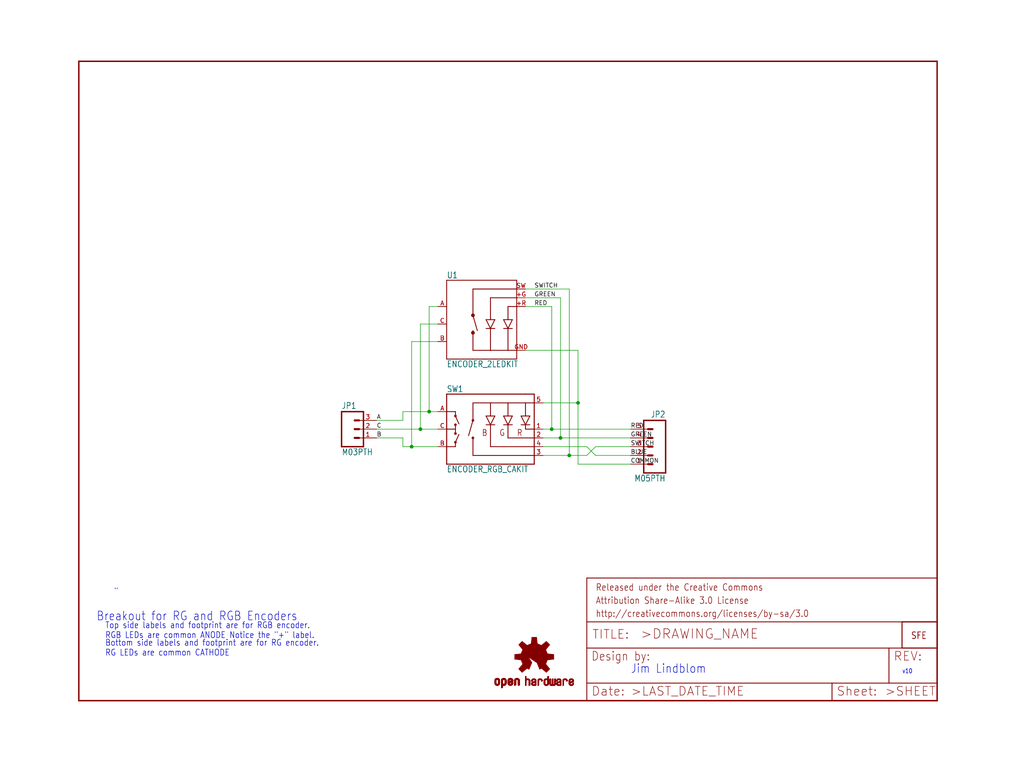
<source format=kicad_sch>
(kicad_sch (version 20211123) (generator eeschema)
  (paper "User" 297.002 223.926)
  (lib_symbols
    (symbol "eagleSchem-eagle-import:ENCODER_2LEDKIT"
      (property "Reference" "U" (at -10.16 13.208 0))
      (property "Value" "ENCODER_2LEDKIT" (at -10.16 -12.573 0))
      (symbol "ENCODER_2LEDKIT_1_0"
        (pin passive line (at 12.7 7.62 180) (length 2.54) (name "+G") (number "+G"))
        (pin passive line (at 12.7 5.08 180) (length 2.54) (name "+R") (number "+R"))
        (pin bidirectional line (at -12.7 5.08 0) (length 2.54) (name "A") (number "A"))
        (pin bidirectional line (at -12.7 -5.08 0) (length 2.54) (name "B") (number "B"))
        (pin bidirectional line (at -12.7 0 0) (length 2.54) (name "C") (number "C"))
        (pin passive line (at 12.7 -7.62 180) (length 2.54) (name "-") (number "GND"))
        (pin passive line (at 12.7 10.16 180) (length 2.54) (name "SW") (number "SW"))
      )
    )
    (symbol "eagleSchem-eagle-import:ENCODER_RGB_CAKIT"
      (property "Reference" "SW" (at -12.7 10.668 0))
      (property "Value" "ENCODER_RGB_CAKIT" (at -12.7 -12.573 0))
      (symbol "ENCODER_RGB_CAKIT_1_0"
        (text "B" (at -2.54 0 0) (effects (font (size 1.778 1.5113)) (justify left top)))
        (text "G" (at 2.54 0 0) (effects (font (size 1.778 1.5113)) (justify left top)))
        (text "R" (at 7.62 0 0) (effects (font (size 1.778 1.5113)) (justify left top)))
        (pin passive line (at 15.24 0 180) (length 2.54) (name "-R") (number "1"))
        (pin passive line (at 15.24 -2.54 180) (length 2.54) (name "-G") (number "2"))
        (pin passive line (at 15.24 -7.62 180) (length 2.54) (name "SW") (number "3"))
        (pin passive line (at 15.24 -5.08 180) (length 2.54) (name "-B") (number "4"))
        (pin passive line (at 15.24 7.62 180) (length 2.54) (name "+") (number "5"))
        (pin bidirectional line (at -15.24 5.08 0) (length 2.54) (name "A") (number "A"))
        (pin bidirectional line (at -15.24 -5.08 0) (length 2.54) (name "B") (number "B"))
        (pin bidirectional line (at -15.24 0 0) (length 2.54) (name "C") (number "C"))
      )
    )
    (symbol "eagleSchem-eagle-import:FRAME-LETTER"
      (symbol "FRAME-LETTER_2_0"
        (text ">DRAWING_NAME" (at 15.494 17.78 0) (effects (font (size 2.7432 2.7432)) (justify left bottom)))
        (text ">LAST_DATE_TIME" (at 12.7 1.27 0) (effects (font (size 2.54 2.54)) (justify left bottom)))
        (text ">SHEET" (at 86.36 1.27 0) (effects (font (size 2.54 2.54)) (justify left bottom)))
        (text "Attribution Share-Alike 3.0 License" (at 2.54 27.94 0) (effects (font (size 1.9304 1.6408)) (justify left bottom)))
        (text "Date:" (at 1.27 1.27 0) (effects (font (size 2.54 2.54)) (justify left bottom)))
        (text "Design by:" (at 1.27 11.43 0) (effects (font (size 2.54 2.159)) (justify left bottom)))
        (text "http://creativecommons.org/licenses/by-sa/3.0" (at 2.54 24.13 0) (effects (font (size 1.9304 1.6408)) (justify left bottom)))
        (text "Released under the Creative Commons" (at 2.54 31.75 0) (effects (font (size 1.9304 1.6408)) (justify left bottom)))
        (text "REV:" (at 88.9 11.43 0) (effects (font (size 2.54 2.54)) (justify left bottom)))
        (text "Sheet:" (at 72.39 1.27 0) (effects (font (size 2.54 2.54)) (justify left bottom)))
        (text "TITLE:" (at 1.524 17.78 0) (effects (font (size 2.54 2.54)) (justify left bottom)))
      )
    )
    (symbol "eagleSchem-eagle-import:LOGO-SFESK"
      (symbol "LOGO-SFESK_1_0"
        (text "SFE" (at 0 0 0) (effects (font (size 1.9304 1.6408)) (justify left bottom)))
      )
    )
    (symbol "eagleSchem-eagle-import:M03PTH"
      (property "Reference" "JP" (at -2.54 5.842 0))
      (property "Value" "M03PTH" (at -2.54 -7.62 0))
      (symbol "M03PTH_1_0"
        (pin passive line (at 7.62 -2.54 180) (length 5.08) (name "1") (number "1"))
        (pin passive line (at 7.62 0 180) (length 5.08) (name "2") (number "2"))
        (pin passive line (at 7.62 2.54 180) (length 5.08) (name "3") (number "3"))
      )
    )
    (symbol "eagleSchem-eagle-import:M05PTH"
      (property "Reference" "JP" (at -2.54 8.382 0))
      (property "Value" "M05PTH" (at -2.54 -10.16 0))
      (symbol "M05PTH_1_0"
        (pin passive line (at 7.62 -5.08 180) (length 5.08) (name "1") (number "1"))
        (pin passive line (at 7.62 -2.54 180) (length 5.08) (name "2") (number "2"))
        (pin passive line (at 7.62 0 180) (length 5.08) (name "3") (number "3"))
        (pin passive line (at 7.62 2.54 180) (length 5.08) (name "4") (number "4"))
        (pin passive line (at 7.62 5.08 180) (length 5.08) (name "5") (number "5"))
      )
    )
    (symbol "eagleSchem-eagle-import:OSHW-LOGOS")
  )
  (junction (at 119.38 129.54))
  (junction (at 162.56 127))
  (junction (at 165.1 132.08))
  (junction (at 124.46 119.38))
  (junction (at 160.02 124.46))
  (junction (at 121.92 124.46))
  (junction (at 167.64 116.84))
  (wire (pts (xy 170.18 132.08) (xy 172.72 129.54)))
  (wire (pts (xy 116.84 119.38) (xy 116.84 121.92)))
  (wire (pts (xy 124.46 88.9) (xy 124.46 119.38)))
  (wire (pts (xy 162.56 127) (xy 182.88 127)))
  (wire (pts (xy 165.1 132.08) (xy 170.18 132.08)))
  (wire (pts (xy 127 129.54) (xy 119.38 129.54)))
  (wire (pts (xy 121.92 124.46) (xy 121.92 93.98)))
  (wire (pts (xy 157.48 124.46) (xy 160.02 124.46)))
  (wire (pts (xy 121.92 124.46) (xy 109.22 124.46)))
  (wire (pts (xy 124.46 119.38) (xy 127 119.38)))
  (wire (pts (xy 167.64 134.62) (xy 182.88 134.62)))
  (wire (pts (xy 157.48 132.08) (xy 165.1 132.08)))
  (wire (pts (xy 116.84 129.54) (xy 119.38 129.54)))
  (wire (pts (xy 119.38 129.54) (xy 119.38 99.06)))
  (wire (pts (xy 127 88.9) (xy 124.46 88.9)))
  (wire (pts (xy 172.72 132.08) (xy 182.88 132.08)))
  (wire (pts (xy 109.22 127) (xy 116.84 127)))
  (wire (pts (xy 152.4 83.82) (xy 165.1 83.82)))
  (wire (pts (xy 157.48 129.54) (xy 170.18 129.54)))
  (wire (pts (xy 157.48 127) (xy 162.56 127)))
  (wire (pts (xy 160.02 124.46) (xy 182.88 124.46)))
  (wire (pts (xy 170.18 129.54) (xy 172.72 132.08)))
  (wire (pts (xy 165.1 83.82) (xy 165.1 132.08)))
  (wire (pts (xy 167.64 116.84) (xy 167.64 134.62)))
  (wire (pts (xy 162.56 86.36) (xy 162.56 127)))
  (wire (pts (xy 152.4 101.6) (xy 167.64 101.6)))
  (wire (pts (xy 160.02 88.9) (xy 160.02 124.46)))
  (wire (pts (xy 152.4 86.36) (xy 162.56 86.36)))
  (wire (pts (xy 116.84 127) (xy 116.84 129.54)))
  (wire (pts (xy 124.46 119.38) (xy 116.84 119.38)))
  (wire (pts (xy 127 124.46) (xy 121.92 124.46)))
  (wire (pts (xy 152.4 88.9) (xy 160.02 88.9)))
  (wire (pts (xy 121.92 93.98) (xy 127 93.98)))
  (wire (pts (xy 157.48 116.84) (xy 167.64 116.84)))
  (wire (pts (xy 167.64 101.6) (xy 167.64 116.84)))
  (wire (pts (xy 116.84 121.92) (xy 109.22 121.92)))
  (wire (pts (xy 119.38 99.06) (xy 127 99.06)))
  (wire (pts (xy 172.72 129.54) (xy 182.88 129.54)))
  (text "Jim Lindblom" (at 182.88 195.58 180) (effects (font (size 2.54 2.159)) (justify left bottom)))
  (text "Bottom side labels and footprint are for RG encoder.\nRG LEDs are common CATHODE~{}" (at 30.48 190.5 0) (effects (font (size 1.778 1.5113)) (justify left bottom)))
  (text "Breakout for RG and RGB Encoders" (at 27.94 180.34 180) (effects (font (size 2.54 2.159)) (justify left bottom)))
  (text "Top side labels and footprint are for RGB encoder.\nRGB LEDs are common ANODE~{} Notice the \"+\" label." (at 30.48 185.42 0) (effects (font (size 1.778 1.5113)) (justify left bottom)))
  (text "\"" (at 33.02 172.72 180) (effects (font (size 1.778 1.5113)) (justify left bottom)))
  (text "v10" (at 261.62 195.58 180) (effects (font (size 1.27 1.0795)) (justify left bottom)))
  (label "GREEN" (at 182.88 127 0) (effects (font (size 1.2446 1.2446))))
  (label "B" (at 109.22 127 0) (effects (font (size 1.2446 1.2446))))
  (label "RED" (at 182.88 124.46 0) (effects (font (size 1.2446 1.2446))))
  (label "SWITCH" (at 182.88 129.54 0) (effects (font (size 1.2446 1.2446))))
  (label "GREEN" (at 154.94 86.36 0) (effects (font (size 1.2446 1.2446))))
  (label "RED" (at 154.94 88.9 0) (effects (font (size 1.2446 1.2446))))
  (label "SWITCH" (at 154.94 83.82 0) (effects (font (size 1.2446 1.2446))))
  (label "BLUE" (at 182.88 132.08 0) (effects (font (size 1.2446 1.2446))))
  (label "COMMON" (at 182.88 134.62 0) (effects (font (size 1.2446 1.2446))))
  (label "A" (at 109.22 121.92 0) (effects (font (size 1.2446 1.2446))))
  (label "C" (at 109.22 124.46 0) (effects (font (size 1.2446 1.2446))))
  (symbol (lib_id "eagleSchem-eagle-import:M05PTH") (at 190.5 129.54 0) (mirror y) (unit 1)
    (property "Reference" "JP2" (at 193.04 121.158 0) (effects (font (size 1.778 1.5113)) (justify left bottom)))
    (property "Value" "M05PTH" (at 193.04 139.7 0) (effects (font (size 1.778 1.5113)) (justify left bottom)))
    (property "Footprint" "eagleSchem:1X05" (effects hide))
  )
  (symbol (lib_id "eagleSchem-eagle-import:LOGO-SFESK") (at 264.16 185.42 0) (unit 1)
    (property "Reference" "JP3" (effects hide))
    (property "Value" "LOGO-SFESK" (effects hide))
    (property "Footprint" "eagleSchem:SFE-LOGO-FLAME" (effects hide))
  )
  (symbol (lib_id "eagleSchem-eagle-import:FRAME-LETTER") (at 22.86 203.2 0) (unit 1)
    (property "Reference" "FRAME1" (effects hide))
    (property "Value" "FRAME-LETTER" (effects hide))
    (property "Footprint" "eagleSchem:CREATIVE_COMMONS" (effects hide))
  )
  (symbol (lib_id "eagleSchem-eagle-import:OSHW-LOGOS") (at 154.94 190.5 0) (unit 1)
    (property "Reference" "U$2" (effects hide))
    (property "Value" "OSHW-LOGOS" (effects hide))
    (property "Footprint" "eagleSchem:OSHW-LOGO-S" (effects hide))
  )
  (symbol (lib_id "eagleSchem-eagle-import:FRAME-LETTER") (at 170.18 203.2 0) (unit 2)
    (property "Reference" "FRAME1" (effects hide))
    (property "Value" "FRAME-LETTER" (effects hide))
    (property "Footprint" "eagleSchem:CREATIVE_COMMONS" (effects hide))
  )
  (symbol (lib_id "eagleSchem-eagle-import:ENCODER_2LEDKIT") (at 139.7 93.98 0) (unit 1)
    (property "Reference" "U1" (at 129.54 80.772 0) (effects (font (size 1.778 1.5113)) (justify left bottom)))
    (property "Value" "ENCODER_2LEDKIT" (at 129.54 106.553 0) (effects (font (size 1.778 1.5113)) (justify left bottom)))
    (property "Footprint" "eagleSchem:ENCODER_LED_2_KIT" (effects hide))
  )
  (symbol (lib_id "eagleSchem-eagle-import:LOGO-SFESK") (at 264.16 185.42 0) (unit 1)
    (property "Reference" "JP4" (effects hide))
    (property "Value" "LOGO-SFESK" (effects hide))
    (property "Footprint" "eagleSchem:SFE-LOGO-FLAME" (effects hide))
  )
  (symbol (lib_id "eagleSchem-eagle-import:M03PTH") (at 101.6 124.46 0) (unit 1)
    (property "Reference" "JP1" (at 99.06 118.618 0) (effects (font (size 1.778 1.5113)) (justify left bottom)))
    (property "Value" "M03PTH" (at 99.06 132.08 0) (effects (font (size 1.778 1.5113)) (justify left bottom)))
    (property "Footprint" "eagleSchem:1X03" (effects hide))
  )
  (symbol (lib_id "eagleSchem-eagle-import:ENCODER_RGB_CAKIT") (at 142.24 124.46 0) (unit 1)
    (property "Reference" "SW1" (at 129.54 113.792 0) (effects (font (size 1.778 1.5113)) (justify left bottom)))
    (property "Value" "ENCODER_RGB_CAKIT" (at 129.54 137.033 0) (effects (font (size 1.778 1.5113)) (justify left bottom)))
    (property "Footprint" "eagleSchem:ENCODER_LED_3_KIT" (effects hide))
  )
)
</source>
